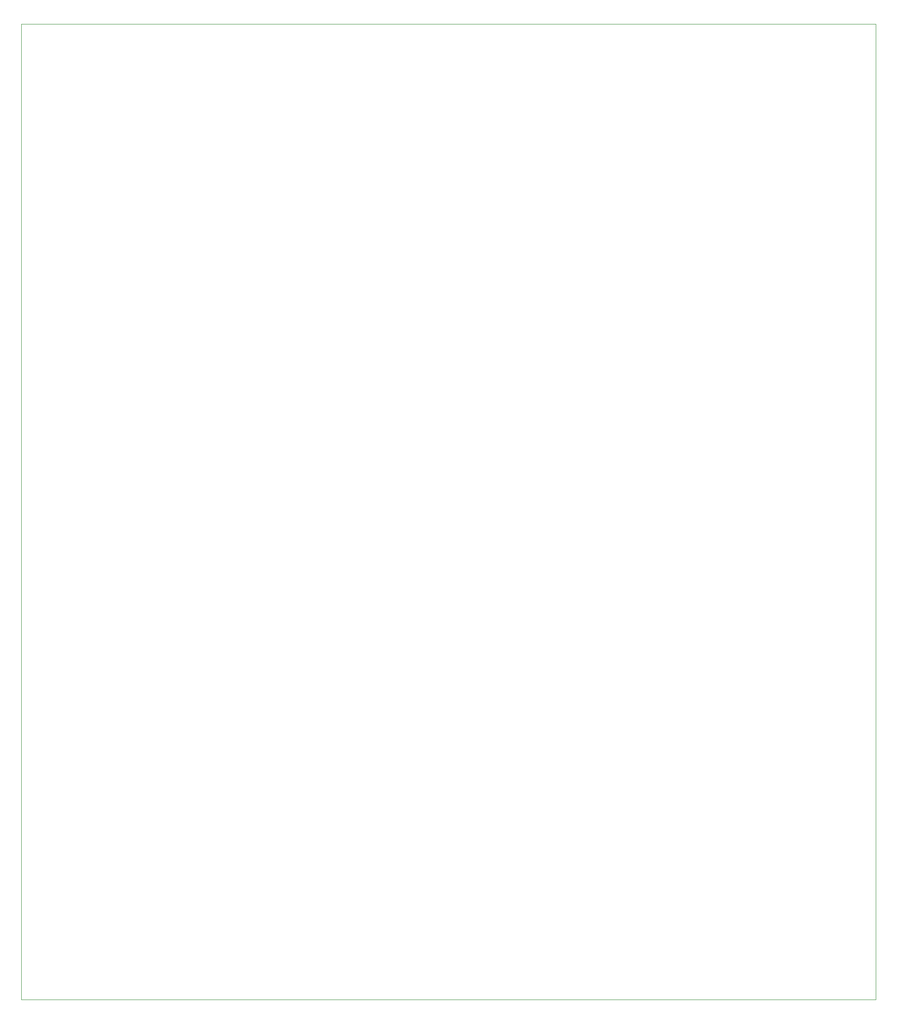
<source format=gbr>
G04 Layer_Color=0*
%FSLAX26Y26*%
%MOIN*%
%TF.FileFunction,Profile,NP*%
%TF.Part,Single*%
G01*
G75*
%TA.AperFunction,Profile*%
%ADD66C,0.001000*%
D66*
X0Y0D02*
X-1Y7185039D01*
X6299211D01*
X6299213Y0D01*
X0D01*
%TF.MD5,6259003653F8D0B2A2D55EB053402F59*%
M02*

</source>
